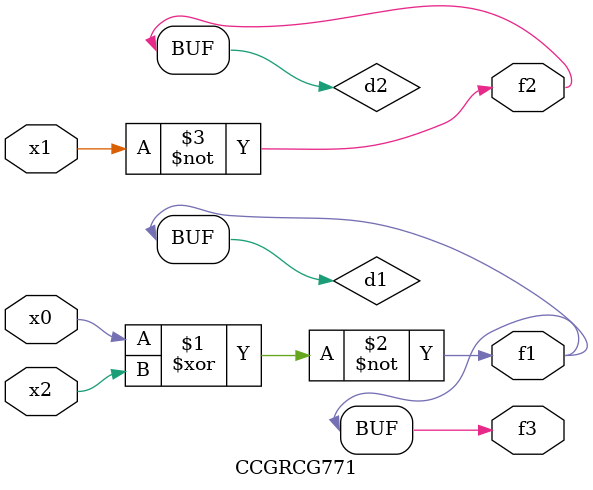
<source format=v>
module CCGRCG771(
	input x0, x1, x2,
	output f1, f2, f3
);

	wire d1, d2, d3;

	xnor (d1, x0, x2);
	nand (d2, x1);
	nor (d3, x1, x2);
	assign f1 = d1;
	assign f2 = d2;
	assign f3 = d1;
endmodule

</source>
